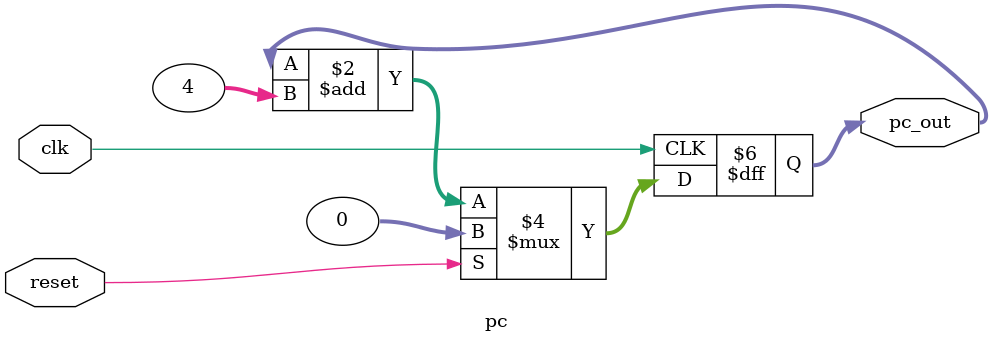
<source format=v>
module pc(
    input clk,
    input reset,
    //input [31:0] pc_in,
    output reg [31:0] pc_out
);

always @(posedge clk) begin
    if (reset) begin
        pc_out <= 32'b0;
    end else begin
        pc_out <= pc_out+4;
    end
end
endmodule
</source>
